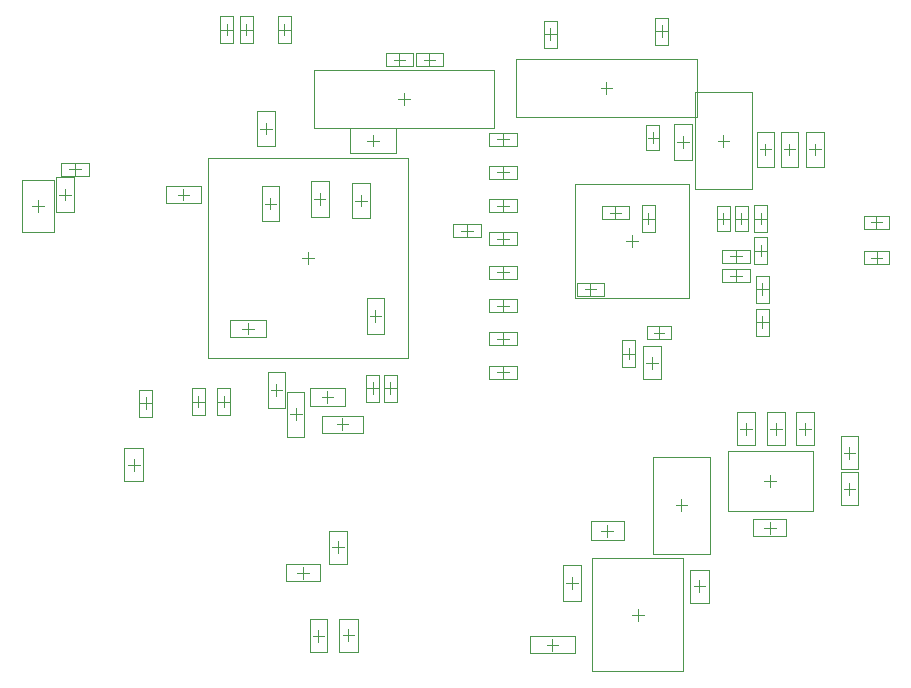
<source format=gbr>
%TF.GenerationSoftware,Altium Limited,Altium Designer,18.1.6 (161)*%
G04 Layer_Color=32768*
%FSLAX25Y25*%
%MOIN*%
%TF.FileFunction,Other,Mechanical_15*%
%TF.Part,Single*%
G01*
G75*
%TA.AperFunction,NonConductor*%
%ADD67C,0.00394*%
%ADD83C,0.00197*%
D67*
X255883Y210000D02*
X259820D01*
X257851Y208032D02*
Y211968D01*
X269500Y216531D02*
Y220468D01*
X267531Y218500D02*
X271468D01*
X359244Y222031D02*
Y225969D01*
X357276Y224000D02*
X361213D01*
X390000Y203532D02*
Y207469D01*
X388032Y205500D02*
X391968D01*
X384000Y230532D02*
Y234469D01*
X382031Y232500D02*
X385968D01*
X367531Y196000D02*
X371468D01*
X369500Y194032D02*
Y197968D01*
X374108Y278031D02*
Y281968D01*
X372140Y280000D02*
X376077D01*
X273000Y187181D02*
Y191118D01*
X271031Y189150D02*
X274969D01*
X263000Y187031D02*
Y190969D01*
X261032Y189000D02*
X264968D01*
X199531Y246000D02*
X203468D01*
X201500Y244032D02*
Y247969D01*
X372728Y355000D02*
X376272D01*
X374500Y353228D02*
Y356772D01*
X449000Y325000D02*
Y328543D01*
X447228Y326772D02*
X450772D01*
X449059Y313189D02*
Y316732D01*
X447287Y314961D02*
X450831D01*
X341000Y184031D02*
Y187969D01*
X339032Y186000D02*
X342969D01*
X271000Y257531D02*
Y261469D01*
X269032Y259500D02*
X272969D01*
X253461Y262752D02*
X257398D01*
X255429Y260784D02*
Y264721D01*
X411531Y225000D02*
X415469D01*
X413500Y223031D02*
Y226969D01*
X440000Y248031D02*
Y251969D01*
X438031Y250000D02*
X441968D01*
X440000Y236032D02*
Y239968D01*
X438031Y238000D02*
X441968D01*
X413650Y238531D02*
Y242469D01*
X411681Y240500D02*
X415618D01*
X405500Y256031D02*
Y259968D01*
X403532Y258000D02*
X407469D01*
X425251Y256031D02*
Y259968D01*
X423283Y258000D02*
X427220D01*
X415500Y256031D02*
Y259968D01*
X413531Y258000D02*
X417469D01*
X289531Y368000D02*
X293468D01*
X291500Y366032D02*
Y369969D01*
X404000Y326228D02*
Y329772D01*
X402228Y328000D02*
X405772D01*
X398000Y326228D02*
Y329772D01*
X396228Y328000D02*
X399772D01*
X259500Y313000D02*
Y316937D01*
X257531Y314968D02*
X261469D01*
X398000Y352031D02*
Y355968D01*
X396031Y354000D02*
X399969D01*
X169500Y330343D02*
Y334279D01*
X167532Y332311D02*
X171468D01*
X365516Y320500D02*
X369453D01*
X367484Y318531D02*
Y322468D01*
X374728Y290000D02*
X378272D01*
X376500Y288228D02*
Y291772D01*
X357031Y371500D02*
X360968D01*
X359000Y369531D02*
Y373468D01*
D83*
X252339Y207047D02*
Y212953D01*
X263363Y207047D02*
Y212953D01*
X252339Y207047D02*
X263363D01*
X252339Y212953D02*
X263363D01*
X266547Y224012D02*
X272453D01*
X266547Y212988D02*
X272453D01*
X266547D02*
Y224012D01*
X272453Y212988D02*
Y224012D01*
X186406Y342335D02*
Y346665D01*
X177350Y342335D02*
Y346665D01*
Y342335D02*
X186406D01*
X177350Y346665D02*
X186406D01*
X180008Y344500D02*
X183748D01*
X181878Y342630D02*
Y346370D01*
X353732Y227150D02*
X364756D01*
X353732Y220850D02*
X364756D01*
Y227150D01*
X353732Y220850D02*
Y227150D01*
X386850Y199988D02*
X393150D01*
X386850Y211012D02*
X393150D01*
Y199988D02*
Y211012D01*
X386850Y199988D02*
Y211012D01*
X345630Y206500D02*
X349370D01*
X347500Y204630D02*
Y208370D01*
X344547Y200594D02*
Y212405D01*
X350453Y200594D02*
Y212405D01*
X344547D02*
X350453D01*
X344547Y200594D02*
X350453D01*
X374551Y248642D02*
X393449D01*
X374551Y216358D02*
X393449D01*
X374551D02*
Y248642D01*
X393449Y216358D02*
Y248642D01*
X384658Y177102D02*
Y214898D01*
X354343Y177102D02*
Y214898D01*
Y177102D02*
X384658D01*
X354343Y214898D02*
X384658D01*
X371156Y274488D02*
X377061D01*
X371156Y285512D02*
X377061D01*
X371156Y274488D02*
Y285512D01*
X377061Y274488D02*
Y285512D01*
X269850Y183638D02*
X276150D01*
X269850Y194661D02*
X276150D01*
X269850Y183638D02*
Y194661D01*
X276150Y183638D02*
Y194661D01*
X260047Y183488D02*
X265953D01*
X260047Y194512D02*
X265953D01*
X260047Y183488D02*
Y194512D01*
X265953Y183488D02*
Y194512D01*
X198350Y240488D02*
Y251512D01*
X204650Y240488D02*
Y251512D01*
X198350D02*
X204650D01*
X198350Y240488D02*
X204650D01*
X312500Y322130D02*
Y325870D01*
X310630Y324000D02*
X314370D01*
X307972Y321835D02*
X317028D01*
X307972Y326165D02*
X317028D01*
Y321835D02*
Y326165D01*
X307972Y321835D02*
Y326165D01*
X324500Y274969D02*
Y278709D01*
X322630Y276839D02*
X326370D01*
X319972Y274673D02*
X329028D01*
X319972Y279004D02*
X329028D01*
Y274673D02*
Y279004D01*
X319972Y274673D02*
Y279004D01*
X324500Y286063D02*
Y289803D01*
X322630Y287933D02*
X326370D01*
X319972Y285768D02*
X329028D01*
X319972Y290098D02*
X329028D01*
Y285768D02*
Y290098D01*
X319972Y285768D02*
Y290098D01*
X324500Y297158D02*
Y300898D01*
X322630Y299027D02*
X326370D01*
X319972Y296862D02*
X329028D01*
X319972Y301193D02*
X329028D01*
Y296862D02*
Y301193D01*
X319972Y296862D02*
Y301193D01*
X324500Y308252D02*
Y311992D01*
X322630Y310122D02*
X326370D01*
X319972Y307957D02*
X329028D01*
X319972Y312287D02*
X329028D01*
Y307957D02*
Y312287D01*
X319972Y307957D02*
Y312287D01*
X324500Y319346D02*
Y323087D01*
X322630Y321217D02*
X326370D01*
X319972Y319051D02*
X329028D01*
X319972Y323382D02*
X329028D01*
Y319051D02*
Y323382D01*
X319972Y319051D02*
Y323382D01*
X324500Y330441D02*
Y334181D01*
X322630Y332311D02*
X326370D01*
X319972Y330146D02*
X329028D01*
X319972Y334476D02*
X329028D01*
Y330146D02*
Y334476D01*
X319972Y330146D02*
Y334476D01*
X324500Y352630D02*
Y356370D01*
X322630Y354500D02*
X326370D01*
X319972Y352335D02*
X329028D01*
X319972Y356665D02*
X329028D01*
Y352335D02*
Y356665D01*
X319972Y352335D02*
Y356665D01*
X324500Y341535D02*
Y345276D01*
X322630Y343406D02*
X326370D01*
X319972Y341240D02*
X329028D01*
X319972Y345571D02*
X329028D01*
Y341240D02*
Y345571D01*
X319972Y341240D02*
Y345571D01*
X376665Y350866D02*
Y359134D01*
X372335Y350866D02*
Y359134D01*
X376665D01*
X372335Y350866D02*
X376665D01*
X381547Y347594D02*
X387453D01*
X381547Y359405D02*
X387453D01*
X381547Y347594D02*
Y359405D01*
X387453Y347594D02*
Y359405D01*
X384500Y351630D02*
Y355370D01*
X382630Y353500D02*
X386370D01*
X444866Y324606D02*
X453134D01*
X444866Y328937D02*
X453134D01*
Y324606D02*
Y328937D01*
X444866Y324606D02*
Y328937D01*
X444925Y312795D02*
X453193D01*
X444925Y317126D02*
X453193D01*
Y312795D02*
Y317126D01*
X444925Y312795D02*
Y317126D01*
X333520Y183146D02*
X348480D01*
X333520D02*
Y188854D01*
X348480Y183146D02*
Y188854D01*
X333520D02*
X348480D01*
X281153Y352130D02*
Y355870D01*
X279283Y354000D02*
X283024D01*
X273476Y349866D02*
X288831D01*
X273476Y358134D02*
X288831D01*
X273476Y349866D02*
Y358134D01*
X288831Y349866D02*
Y358134D01*
X266000Y266630D02*
Y270370D01*
X264130Y268500D02*
X267870D01*
X260094Y271453D02*
X271905D01*
X260094Y265547D02*
X271905D01*
X260094D02*
Y271453D01*
X271905Y265547D02*
Y271453D01*
X264110Y262354D02*
X277890D01*
Y256646D02*
Y262354D01*
X264110Y256646D02*
Y262354D01*
Y256646D02*
X277890D01*
X258283Y255272D02*
Y270232D01*
X252575Y255272D02*
X258283D01*
X252575Y270232D02*
X258283D01*
X252575Y255272D02*
Y270232D01*
X247130Y270850D02*
X250870D01*
X249000Y268980D02*
Y272721D01*
X251953Y264945D02*
Y276756D01*
X246047Y264945D02*
Y276756D01*
X251953D01*
X246047Y264945D02*
X251953D01*
X407988Y222047D02*
Y227953D01*
X419012Y222047D02*
Y227953D01*
X407988D02*
X419012D01*
X407988Y222047D02*
X419012D01*
X437047Y244488D02*
X442953D01*
X437047Y255512D02*
X442953D01*
X437047Y244488D02*
Y255512D01*
X442953Y244488D02*
Y255512D01*
X437047Y232488D02*
X442953D01*
X437047Y243512D02*
X442953D01*
X437047Y232488D02*
Y243512D01*
X442953Y232488D02*
Y243512D01*
X399476Y230461D02*
X427823D01*
X399476Y250539D02*
X427823D01*
Y230461D02*
Y250539D01*
X399476Y230461D02*
Y250539D01*
X402547Y263512D02*
X408453D01*
X402547Y252488D02*
X408453D01*
Y263512D01*
X402547Y252488D02*
Y263512D01*
X422298Y263512D02*
X428204D01*
X422298Y252488D02*
X428204D01*
Y263512D01*
X422298Y252488D02*
Y263512D01*
X412547D02*
X418453D01*
X412547Y252488D02*
X418453D01*
Y263512D01*
X412547Y252488D02*
Y263512D01*
X364646Y283000D02*
X368386D01*
X366516Y281130D02*
Y284870D01*
X368681Y278472D02*
Y287528D01*
X364350Y278472D02*
Y287528D01*
X368681D01*
X364350Y278472D02*
X368681D01*
X261382Y358354D02*
X321618D01*
Y377646D01*
X261382Y358354D02*
Y377646D01*
X321618D01*
X295472Y378835D02*
Y383165D01*
X304528Y378835D02*
Y383165D01*
X295472D02*
X304528D01*
X295472Y378835D02*
X304528D01*
X298130Y381000D02*
X301870D01*
X300000Y379130D02*
Y382870D01*
X294539Y378835D02*
Y383165D01*
X285484Y378835D02*
Y383165D01*
Y378835D02*
X294539D01*
X285484Y383165D02*
X294539D01*
X288142Y381000D02*
X291882D01*
X290012Y379130D02*
Y382870D01*
X203630Y266500D02*
X207370D01*
X205500Y264630D02*
Y268370D01*
X203335Y261972D02*
Y271028D01*
X207665Y261972D02*
Y271028D01*
X203335Y261972D02*
X207665D01*
X203335Y271028D02*
X207665D01*
X237130Y391000D02*
X240870D01*
X239000Y389130D02*
Y392870D01*
X241165Y386472D02*
Y395528D01*
X236835Y386472D02*
Y395528D01*
X241165D01*
X236835Y386472D02*
X241165D01*
X249756Y391000D02*
X253496D01*
X251626Y389130D02*
Y392870D01*
X253791Y386472D02*
Y395528D01*
X249461Y386472D02*
Y395528D01*
X253791D01*
X249461Y386472D02*
X253791D01*
X401835Y323866D02*
X406165D01*
X401835Y332134D02*
X406165D01*
X401835Y323866D02*
Y332134D01*
X406165Y323866D02*
Y332134D01*
X274264Y328095D02*
X280169D01*
X274264Y339906D02*
X280169D01*
Y328095D02*
Y339906D01*
X274264Y328095D02*
Y339906D01*
X277217Y332130D02*
Y335870D01*
X275346Y334000D02*
X279087D01*
X260484Y328594D02*
X266390D01*
X260484Y340406D02*
X266390D01*
Y328594D02*
Y340406D01*
X260484Y328594D02*
Y340406D01*
X263437Y332630D02*
Y336370D01*
X261567Y334500D02*
X265307D01*
X279047Y301406D02*
X284953D01*
X279047Y289595D02*
X284953D01*
X279047D02*
Y301406D01*
X284953Y289595D02*
Y301406D01*
X282000Y293630D02*
Y297370D01*
X280130Y295500D02*
X283870D01*
X244047Y327095D02*
X249953D01*
X244047Y338906D02*
X249953D01*
Y327095D02*
Y338906D01*
X244047Y327095D02*
Y338906D01*
X247000Y331130D02*
Y334870D01*
X245130Y333000D02*
X248870D01*
X245406Y288386D02*
Y294291D01*
X233594Y288386D02*
Y294291D01*
X245406D01*
X233594Y288386D02*
X245406D01*
X237630Y291338D02*
X241370D01*
X239500Y289469D02*
Y293209D01*
X358106Y302335D02*
Y306665D01*
X349051Y302335D02*
Y306665D01*
X358106D01*
X349051Y302335D02*
X358106D01*
X351709Y304500D02*
X355449D01*
X353579Y302630D02*
Y306370D01*
X395835Y323866D02*
X400165D01*
X395835Y332134D02*
X400165D01*
X395835Y323866D02*
Y332134D01*
X400165Y323866D02*
Y332134D01*
X229335Y271528D02*
X233665D01*
X229335Y262472D02*
X233665D01*
Y271528D01*
X229335Y262472D02*
Y271528D01*
X231500Y265130D02*
Y268870D01*
X229630Y267000D02*
X233370D01*
X220835Y271528D02*
X225165D01*
X220835Y262472D02*
X225165D01*
Y271528D01*
X220835Y262472D02*
Y271528D01*
X223000Y265130D02*
Y268870D01*
X221130Y267000D02*
X224870D01*
X408335Y332528D02*
X412665D01*
X408335Y323472D02*
X412665D01*
Y332528D01*
X408335Y323472D02*
Y332528D01*
X410500Y326130D02*
Y329870D01*
X408630Y328000D02*
X412370D01*
X408835Y309028D02*
X413165D01*
X408835Y299972D02*
X413165D01*
Y309028D01*
X408835Y299972D02*
Y309028D01*
X411000Y302630D02*
Y306370D01*
X409130Y304500D02*
X412870D01*
X408835Y288972D02*
X413165D01*
X408835Y298028D02*
X413165D01*
X408835Y288972D02*
Y298028D01*
X413165Y288972D02*
Y298028D01*
X411000Y291630D02*
Y295370D01*
X409130Y293500D02*
X412870D01*
X408335Y312717D02*
X412665D01*
X408335Y321772D02*
X412665D01*
X408335Y312717D02*
Y321772D01*
X412665Y312717D02*
Y321772D01*
X410500Y315374D02*
Y319114D01*
X408630Y317244D02*
X412370D01*
X230335Y386472D02*
X234665D01*
X230335Y395528D02*
X234665D01*
X230335Y386472D02*
Y395528D01*
X234665Y386472D02*
Y395528D01*
X232500Y389130D02*
Y392870D01*
X230630Y391000D02*
X234370D01*
X279252Y271500D02*
X282992D01*
X281122Y269630D02*
Y273370D01*
X278957Y266972D02*
Y276028D01*
X283287Y266972D02*
Y276028D01*
X278957D02*
X283287D01*
X278957Y266972D02*
X283287D01*
X285130Y271500D02*
X288870D01*
X287000Y269630D02*
Y273370D01*
X284835Y266972D02*
Y276028D01*
X289165Y266972D02*
Y276028D01*
X284835D02*
X289165D01*
X284835Y266972D02*
X289165D01*
X176630Y336000D02*
X180370D01*
X178500Y334130D02*
Y337870D01*
X175547Y330095D02*
Y341905D01*
X181453Y330095D02*
Y341905D01*
X175547Y330095D02*
X181453D01*
X175547Y341905D02*
X181453D01*
X226232Y348236D02*
X292768D01*
X226232Y281701D02*
X292768D01*
Y348236D01*
X226232Y281701D02*
Y348236D01*
X397642Y306770D02*
Y311100D01*
X406697Y306770D02*
Y311100D01*
X397642Y306770D02*
X406697D01*
X397642Y311100D02*
X406697D01*
X400299Y308935D02*
X404039D01*
X402169Y307065D02*
Y310805D01*
X397642Y313222D02*
Y317553D01*
X406697Y313222D02*
Y317553D01*
X397642Y313222D02*
X406697D01*
X397642Y317553D02*
X406697D01*
X400299Y315388D02*
X404039D01*
X402169Y313518D02*
Y317258D01*
X370835Y332528D02*
X375165D01*
X370835Y323472D02*
X375165D01*
X370835D02*
Y332528D01*
X375165Y323472D02*
Y332528D01*
X373000Y326130D02*
Y329870D01*
X371130Y328000D02*
X374870D01*
X357472Y327835D02*
Y332165D01*
X366528Y327835D02*
Y332165D01*
X357472Y327835D02*
X366528D01*
X357472Y332165D02*
X366528D01*
X360130Y330000D02*
X363870D01*
X362000Y328130D02*
Y331870D01*
X425547Y357004D02*
X431453D01*
X425547Y345193D02*
X431453D01*
X425547D02*
Y357004D01*
X431453Y345193D02*
Y357004D01*
X428500Y349228D02*
Y352969D01*
X426630Y351098D02*
X430370D01*
X388551Y337858D02*
X407449D01*
X388551Y370142D02*
X407449D01*
Y337858D02*
Y370142D01*
X388551Y337858D02*
Y370142D01*
X409047Y357004D02*
X414953D01*
X409047Y345193D02*
X414953D01*
X409047D02*
Y357004D01*
X414953Y345193D02*
Y357004D01*
X412000Y349228D02*
Y352969D01*
X410130Y351098D02*
X413870D01*
X417047Y357004D02*
X422953D01*
X417047Y345193D02*
X422953D01*
X417047D02*
Y357004D01*
X422953Y345193D02*
Y357004D01*
X420000Y349228D02*
Y352969D01*
X418130Y351098D02*
X421870D01*
X242547Y363906D02*
X248453D01*
X242547Y352095D02*
X248453D01*
Y363906D01*
X242547Y352095D02*
Y363906D01*
X245500Y356130D02*
Y359870D01*
X243630Y358000D02*
X247370D01*
X212094Y333047D02*
Y338953D01*
X223905Y333047D02*
Y338953D01*
X212094D02*
X223905D01*
X212094Y333047D02*
X223905D01*
X216130Y336000D02*
X219870D01*
X218000Y334130D02*
Y337870D01*
X174815Y323650D02*
Y340972D01*
X164185D02*
X174815D01*
X164185Y323650D02*
Y340972D01*
Y323650D02*
X174815D01*
X386579Y301406D02*
Y339595D01*
X348390Y301406D02*
Y339595D01*
X386579D01*
X348390Y301406D02*
X386579D01*
X372366Y287835D02*
Y292165D01*
X380634Y287835D02*
Y292165D01*
X372366D02*
X380634D01*
X372366Y287835D02*
X380634D01*
X328882Y381146D02*
X389118D01*
X328882Y361854D02*
Y381146D01*
X389118Y361854D02*
Y381146D01*
X328882Y361854D02*
X389118D01*
X338134Y394028D02*
X342465D01*
X338134Y384972D02*
X342465D01*
Y394028D01*
X338134Y384972D02*
Y394028D01*
X340299Y387630D02*
Y391370D01*
X338429Y389500D02*
X342169D01*
X375335Y395028D02*
X379665D01*
X375335Y385972D02*
X379665D01*
Y395028D01*
X375335Y385972D02*
Y395028D01*
X377500Y388630D02*
Y392370D01*
X375630Y390500D02*
X379370D01*
%TF.MD5,1023b0b559c5d7d38eca194121325159*%
M02*

</source>
